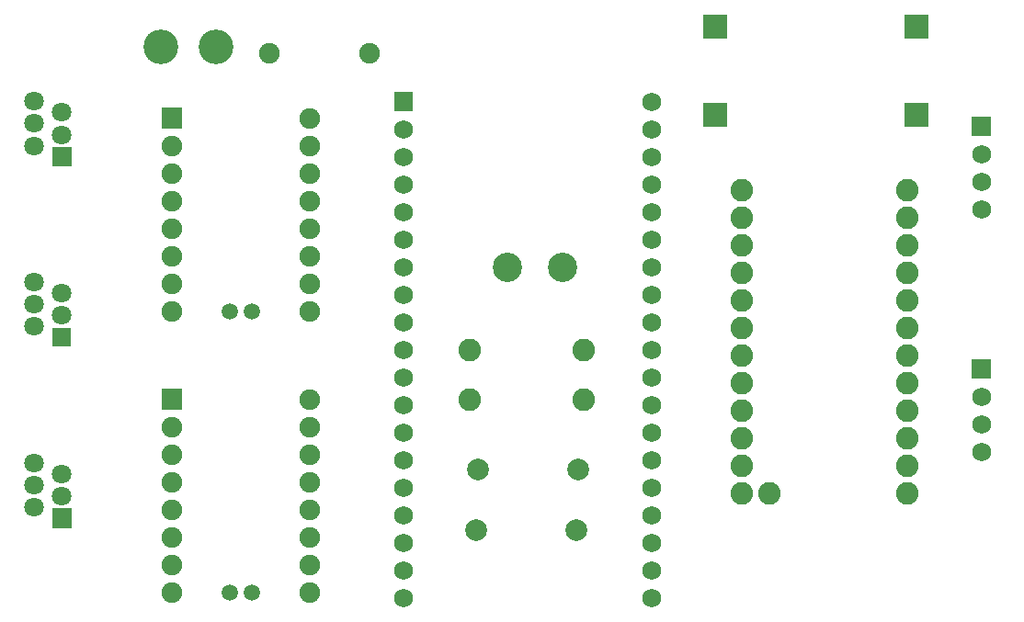
<source format=gts>
G04 Layer: TopSolderMaskLayer*
G04 EasyEDA v6.4.21, 2021-08-26T11:40:12+07:00*
G04 98b3a99d5edf45cba19c310b5ac684a5,c12403d6b0f2427aab4c21fec57e8719,10*
G04 Gerber Generator version 0.2*
G04 Scale: 100 percent, Rotated: No, Reflected: No *
G04 Dimensions in millimeters *
G04 leading zeros omitted , absolute positions ,4 integer and 5 decimal *
%FSLAX45Y45*%
%MOMM*%

%ADD34C,2.7032*%
%ADD35C,1.9016*%
%ADD37C,1.9032*%
%ADD38C,2.0828*%
%ADD40C,1.7272*%
%ADD41C,1.5032*%
%ADD42C,1.8032*%
%ADD43R,1.8032X1.8032*%
%ADD44C,2.0032*%
%ADD45C,3.2032*%

%LPD*%
G36*
X7598663Y6220713D02*
G01*
X7598663Y6440931D01*
X7819136Y6440931D01*
X7819136Y6220713D01*
G37*
G36*
X9452863Y6220713D02*
G01*
X9452863Y6440931D01*
X9673336Y6440931D01*
X9673336Y6220713D01*
G37*
G36*
X9452863Y5407913D02*
G01*
X9452863Y5628131D01*
X9673336Y5628131D01*
X9673336Y5407913D01*
G37*
G36*
X7598663Y5407913D02*
G01*
X7598663Y5628131D01*
X7819136Y5628131D01*
X7819136Y5407913D01*
G37*
D34*
G01*
X5791200Y4114800D03*
G01*
X6299200Y4114800D03*
D35*
G01*
X4523993Y6083300D03*
G01*
X3604006Y6083300D03*
G36*
X2609850Y5391150D02*
G01*
X2609850Y5581650D01*
X2800350Y5581650D01*
X2800350Y5391150D01*
G37*
D37*
G01*
X2705100Y5232400D03*
G01*
X2705100Y4978400D03*
G01*
X2705100Y4724400D03*
G01*
X2705100Y4470400D03*
G01*
X2705100Y4216400D03*
G01*
X2705100Y3962400D03*
G01*
X2705100Y3708400D03*
G01*
X3974896Y3708552D03*
G01*
X3974896Y3962552D03*
G01*
X3974896Y4216552D03*
G01*
X3974896Y4470552D03*
G01*
X3974896Y4724552D03*
G01*
X3974896Y4978552D03*
G01*
X3974896Y5232552D03*
G01*
X3974896Y5486552D03*
G36*
X2609850Y2800350D02*
G01*
X2609850Y2990850D01*
X2800350Y2990850D01*
X2800350Y2800350D01*
G37*
G01*
X2705100Y2641600D03*
G01*
X2705100Y2387600D03*
G01*
X2705100Y2133600D03*
G01*
X2705100Y1879600D03*
G01*
X2705100Y1625600D03*
G01*
X2705100Y1371600D03*
G01*
X2705100Y1117600D03*
G01*
X3974896Y1117752D03*
G01*
X3974896Y1371752D03*
G01*
X3974896Y1625752D03*
G01*
X3974896Y1879752D03*
G01*
X3974896Y2133752D03*
G01*
X3974896Y2387752D03*
G01*
X3974896Y2641752D03*
G01*
X3974896Y2895752D03*
D38*
G01*
X7950200Y4826000D03*
G01*
X7950200Y4572000D03*
G01*
X7950200Y4318000D03*
G01*
X7950200Y4064000D03*
G01*
X7950200Y3810000D03*
G01*
X7950200Y3556000D03*
G01*
X7950200Y3302000D03*
G01*
X7950200Y3048000D03*
G01*
X7950200Y2794000D03*
G01*
X7950200Y2540000D03*
G01*
X7950200Y2286000D03*
G01*
X7950200Y2032000D03*
G01*
X9474200Y2032000D03*
G01*
X9474200Y2286000D03*
G01*
X9474200Y2540000D03*
G01*
X9474200Y2794000D03*
G01*
X9474200Y3048000D03*
G01*
X9474200Y3302000D03*
G01*
X9474200Y3556000D03*
G01*
X9474200Y3810000D03*
G01*
X9474200Y4064000D03*
G01*
X9474200Y4318000D03*
G01*
X9474200Y4572000D03*
G01*
X9474200Y4826000D03*
G01*
X8204200Y2032000D03*
G36*
X4752340Y5552439D02*
G01*
X4752340Y5725160D01*
X4925059Y5725160D01*
X4925059Y5552439D01*
G37*
D40*
G01*
X4838700Y5384800D03*
G01*
X4838700Y5130800D03*
G01*
X4838700Y4876800D03*
G01*
X4838700Y4622800D03*
G01*
X4838700Y4368800D03*
G01*
X4838700Y4114800D03*
G01*
X4838700Y3860800D03*
G01*
X4838700Y3606800D03*
G01*
X4838700Y3352800D03*
G01*
X4838700Y3098800D03*
G01*
X4838700Y2844800D03*
G01*
X4838700Y2590800D03*
G01*
X4838700Y2336800D03*
G01*
X4838700Y2082800D03*
G01*
X4838700Y1828800D03*
G01*
X4838700Y1574800D03*
G01*
X4838700Y1320800D03*
G01*
X4838700Y1066800D03*
G01*
X7124700Y1066800D03*
G01*
X7124700Y1320800D03*
G01*
X7124700Y1574800D03*
G01*
X7124700Y1828800D03*
G01*
X7124700Y2082800D03*
G01*
X7124700Y2336800D03*
G01*
X7124700Y2590800D03*
G01*
X7124700Y2844800D03*
G01*
X7124700Y3098800D03*
G01*
X7124700Y3352800D03*
G01*
X7124700Y3606800D03*
G01*
X7124700Y3860800D03*
G01*
X7124700Y4114800D03*
G01*
X7124700Y4368800D03*
G01*
X7124700Y4622800D03*
G01*
X7124700Y4876800D03*
G01*
X7124700Y5130800D03*
G01*
X7124700Y5384800D03*
G01*
X7124700Y5638800D03*
D41*
G01*
X3240100Y1117600D03*
G01*
X3440099Y1117600D03*
G01*
X3240100Y3708400D03*
G01*
X3440099Y3708400D03*
D42*
G01*
X1435100Y5437378D03*
G01*
X1689100Y5335396D03*
G01*
X1435100Y5233390D03*
G36*
X1598929Y5041137D02*
G01*
X1598929Y5221478D01*
X1779270Y5221478D01*
X1779270Y5041137D01*
G37*
G01*
X1435100Y5641390D03*
G01*
X1689100Y5539384D03*
G01*
X1435100Y3772077D03*
G01*
X1689100Y3670096D03*
G01*
X1435100Y3568090D03*
D43*
G01*
X1689100Y3466084D03*
D42*
G01*
X1435100Y3976090D03*
G01*
X1689100Y3874084D03*
D38*
G01*
X5444007Y3352800D03*
G01*
X6493992Y3352800D03*
G01*
X5444007Y2895600D03*
G01*
X6493992Y2895600D03*
D42*
G01*
X1435100Y2106777D03*
G01*
X1689100Y2004796D03*
G01*
X1435100Y1902790D03*
G36*
X1598929Y1710689D02*
G01*
X1598929Y1891029D01*
X1779270Y1891029D01*
X1779270Y1710689D01*
G37*
G01*
X1435100Y2310790D03*
G01*
X1689100Y2208784D03*
D44*
G01*
X5509006Y1689100D03*
G01*
X6428993Y1689100D03*
G01*
X5521706Y2247900D03*
G01*
X6441693Y2247900D03*
D45*
G01*
X3111500Y6146800D03*
G01*
X2603500Y6146800D03*
D40*
G01*
X10160000Y2413000D03*
G01*
X10160000Y2667000D03*
G01*
X10160000Y2921000D03*
G36*
X10073640Y3088639D02*
G01*
X10073640Y3261360D01*
X10246359Y3261360D01*
X10246359Y3088639D01*
G37*
G01*
X10160000Y4648200D03*
G01*
X10160000Y4902200D03*
G01*
X10160000Y5156200D03*
G36*
X10073640Y5323839D02*
G01*
X10073640Y5496560D01*
X10246359Y5496560D01*
X10246359Y5323839D01*
G37*
M02*

</source>
